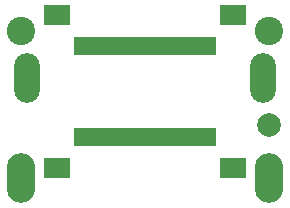
<source format=gbs>
G04*
G04 #@! TF.GenerationSoftware,Altium Limited,Altium Designer,19.1.7 (138)*
G04*
G04 Layer_Color=16711935*
%FSLAX25Y25*%
%MOIN*%
G70*
G01*
G75*
%ADD11O,0.08674X0.16548*%
%ADD12O,0.09461X0.16548*%
%ADD13C,0.09461*%
%ADD21R,0.01981X0.05918*%
%ADD22R,0.08674X0.07099*%
%ADD23C,0.07887*%
D11*
X88583Y43307D02*
D03*
X9843D02*
D03*
D12*
X90551Y9843D02*
D03*
X7874D02*
D03*
D13*
Y59055D02*
D03*
X90551D02*
D03*
D21*
X71843Y53934D02*
D03*
X69874D02*
D03*
X67906D02*
D03*
X65937D02*
D03*
X63969D02*
D03*
X62000D02*
D03*
X60032D02*
D03*
X58063D02*
D03*
X56095D02*
D03*
X54126D02*
D03*
X52158D02*
D03*
X50189D02*
D03*
X48221D02*
D03*
X46252D02*
D03*
X44284D02*
D03*
X42315D02*
D03*
X40347D02*
D03*
X38378D02*
D03*
X36410D02*
D03*
X34441D02*
D03*
X32473D02*
D03*
X30504D02*
D03*
X28536D02*
D03*
X26567D02*
D03*
X26574Y23622D02*
D03*
X28543D02*
D03*
X30511D02*
D03*
X32480D02*
D03*
X34448D02*
D03*
X36417D02*
D03*
X38385D02*
D03*
X40354D02*
D03*
X42322D02*
D03*
X44291D02*
D03*
X46259D02*
D03*
X48228D02*
D03*
X50196D02*
D03*
X52165D02*
D03*
X54133D02*
D03*
X56102D02*
D03*
X58070D02*
D03*
X60039D02*
D03*
X62007D02*
D03*
X63976D02*
D03*
X65944D02*
D03*
X67913D02*
D03*
X69881D02*
D03*
X71850D02*
D03*
D22*
X19882Y64177D02*
D03*
X78544D02*
D03*
X78535Y13380D02*
D03*
X19873D02*
D03*
D23*
X90551Y27559D02*
D03*
M02*

</source>
